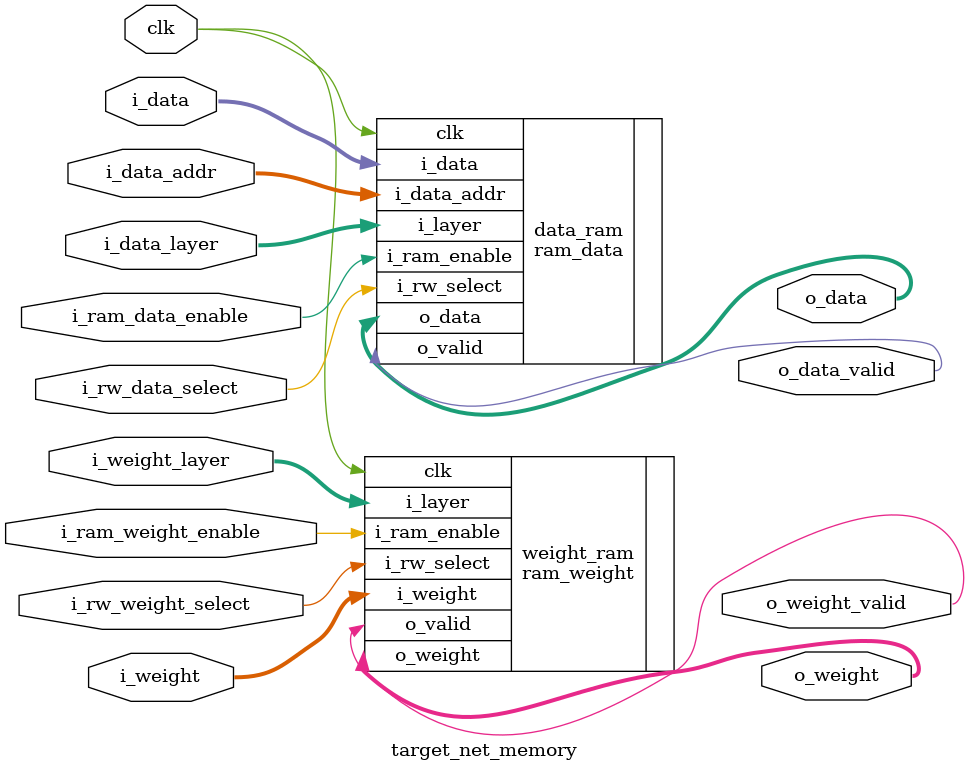
<source format=v>
`timescale 1ns/1ps
module target_net_memory
	#(	parameter DATA_WIDTH = 32,
		parameter LAYER_WIDTH = 2,
		parameter NUMBER_OF_INPUT_NODE = 2,
		parameter NUMBER_OF_HIDDEN_NODE_LAYER_1 = 32,
		parameter NUMBER_OF_HIDDEN_NODE_LAYER_2 = 32,
		parameter NUMBER_OF_OUTPUT_NODE = 3
	)
	(
	clk,
	i_ram_data_enable,
	i_rw_data_select,
	i_data_addr,
	i_data_layer,
	i_data,
	i_ram_weight_enable,
	i_rw_weight_select,
	i_weight_layer,
	i_weight,
	o_data,
	o_data_valid,
	o_weight,
	o_weight_valid
	);

	localparam BIGEST_WEIGHT_WIDTH = $clog2((NUMBER_OF_HIDDEN_NODE_LAYER_1+1)*NUMBER_OF_HIDDEN_NODE_LAYER_2);
	localparam BIGEST_DATA_WIDTH = $clog2(NUMBER_OF_HIDDEN_NODE_LAYER_1);
	
	input									clk;
	
	input									i_ram_data_enable;
	input									i_rw_data_select; // 1 for read, 0 for write
	input 		[BIGEST_DATA_WIDTH-1:0]		i_data_addr;
	input		[LAYER_WIDTH-1:0]			i_data_layer;
	input 		[DATA_WIDTH-1:0] 			i_data;
	
	input									i_ram_weight_enable;
	input									i_rw_weight_select; // 1 for read, 0 for write
	input		[LAYER_WIDTH-1:0]			i_weight_layer;
	input 		[DATA_WIDTH-1:0] 			i_weight;
	
	output  	[DATA_WIDTH-1:0] 			o_data;
	output  								o_data_valid;
	
	output  	[DATA_WIDTH-1:0] 			o_weight;
	output  								o_weight_valid;
	
	ram_data	
	#(	.DATA_WIDTH						(DATA_WIDTH),
		.LAYER_WIDTH					(LAYER_WIDTH),
		.NUMBER_OF_INPUT_NODE			(NUMBER_OF_INPUT_NODE),
		.NUMBER_OF_HIDDEN_NODE_LAYER_1	(NUMBER_OF_HIDDEN_NODE_LAYER_1),
		.NUMBER_OF_HIDDEN_NODE_LAYER_2	(NUMBER_OF_HIDDEN_NODE_LAYER_2),
		.NUMBER_OF_OUTPUT_NODE			(NUMBER_OF_OUTPUT_NODE)
	)
	data_ram
	(	.clk			(clk),
		.i_ram_enable	(i_ram_data_enable),
		.i_rw_select	(i_rw_data_select), // 1 for read, 0 for write
		.i_data_addr	(i_data_addr),
		.i_layer		(i_data_layer),
		.i_data			(i_data),
		.o_data			(o_data),
		.o_valid		(o_data_valid)
	);
	
	ram_weight	
	#(	.DATA_WIDTH						(DATA_WIDTH),
		.LAYER_WIDTH					(LAYER_WIDTH),
		.NUMBER_OF_INPUT_NODE			(NUMBER_OF_INPUT_NODE),
		.NUMBER_OF_HIDDEN_NODE_LAYER_1	(NUMBER_OF_HIDDEN_NODE_LAYER_1),
		.NUMBER_OF_HIDDEN_NODE_LAYER_2	(NUMBER_OF_HIDDEN_NODE_LAYER_2),
		.NUMBER_OF_OUTPUT_NODE			(NUMBER_OF_OUTPUT_NODE)
	)
	weight_ram
	(	.clk			(clk),
		.i_ram_enable	(i_ram_weight_enable),
		.i_rw_select	(i_rw_weight_select), // 1 for read, 0 for write
		.i_layer		(i_weight_layer),
		.i_weight		(i_weight),
		.o_weight		(o_weight),
		.o_valid		(o_weight_valid)
	);
	// function for clog2
	function integer clog2;
	input integer value;
	begin
		value = value-1;
		for (clog2=0; value>0; clog2=clog2+1)
			value = value>>1;
	end
	endfunction
endmodule
</source>
